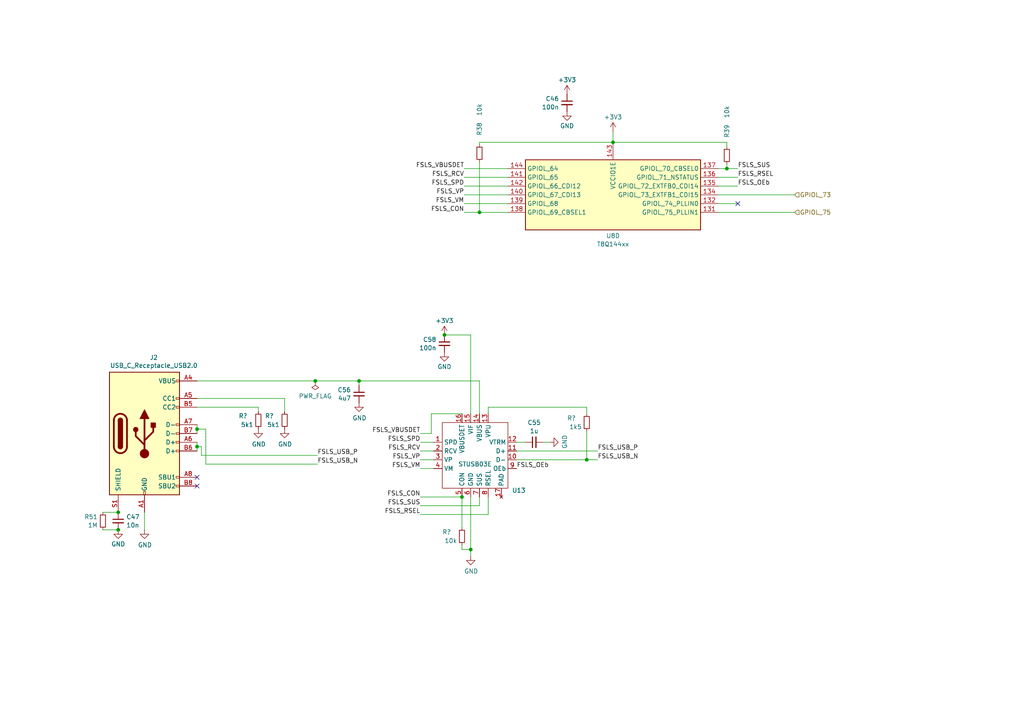
<source format=kicad_sch>
(kicad_sch (version 20230121) (generator eeschema)
  (paper "A4")
  (lib_symbols
    (symbol "Connector:USB_C_Receptacle_USB2.0" (pin_names (offset 1.016))
      (property "Reference" "J" (at -10.16 19.05 0))
      (property "Value" "USB_C_Receptacle_USB2.0" (at 19.05 19.05 0))
      (symbol "USB_C_Receptacle_USB2.0_0_0"
        (rectangle (start -0.254 -17.78) (end 0.254 -16.764))
        (rectangle (start 10.16 -14.986) (end 9.144 -15.494))
        (rectangle (start 10.16 -12.446) (end 9.144 -12.954))
        (rectangle (start 10.16 -4.826) (end 9.144 -5.334))
        (rectangle (start 10.16 -2.286) (end 9.144 -2.794))
        (rectangle (start 10.16 0.254) (end 9.144 -0.254))
        (rectangle (start 10.16 2.794) (end 9.144 2.286))
        (rectangle (start 10.16 7.874) (end 9.144 7.366))
        (rectangle (start 10.16 10.414) (end 9.144 9.906))
        (rectangle (start 10.16 15.494) (end 9.144 14.986))
      )
      (symbol "USB_C_Receptacle_USB2.0_0_1"
        (rectangle (start -10.16 17.78) (end 10.16 -17.78) (stroke (width 0.254)) (fill (type background)))
        (arc (start -8.89 -3.81) (mid -6.985 -5.7067) (end -5.08 -3.81) (stroke (width 0.508)))
        (arc (start -7.62 -3.81) (mid -6.985 -4.4423) (end -6.35 -3.81) (stroke (width 0.254)))
        (arc (start -7.62 -3.81) (mid -6.985 -4.4423) (end -6.35 -3.81) (stroke (width 0.254)) (fill (type outline)))
        (rectangle (start -7.62 -3.81) (end -6.35 3.81) (stroke (width 0.254)) (fill (type outline)))
        (arc (start -6.35 3.81) (mid -6.985 4.4423) (end -7.62 3.81) (stroke (width 0.254)))
        (arc (start -6.35 3.81) (mid -6.985 4.4423) (end -7.62 3.81) (stroke (width 0.254)) (fill (type outline)))
        (arc (start -5.08 3.81) (mid -6.985 5.7067) (end -8.89 3.81) (stroke (width 0.508)))
        (circle (center -2.54 1.143) (radius 0.635) (stroke (width 0.254)) (fill (type outline)))
        (circle (center 0 -5.842) (radius 1.27) (fill (type outline)))
        (polyline (pts (xy -8.89 -3.81) (xy -8.89 3.81)) (stroke (width 0.508)))
        (polyline (pts (xy -5.08 3.81) (xy -5.08 -3.81)) (stroke (width 0.508)))
        (polyline (pts (xy 0 -5.842) (xy 0 4.318)) (stroke (width 0.508)))
        (polyline (pts (xy 0 -3.302) (xy -2.54 -0.762) (xy -2.54 0.508)) (stroke (width 0.508)))
        (polyline (pts (xy 0 -2.032) (xy 2.54 0.508) (xy 2.54 1.778)) (stroke (width 0.508)))
        (polyline (pts (xy -1.27 4.318) (xy 0 6.858) (xy 1.27 4.318) (xy -1.27 4.318)) (stroke (width 0.254)) (fill (type outline)))
        (rectangle (start 1.905 1.778) (end 3.175 3.048) (stroke (width 0.254)) (fill (type outline)))
      )
      (symbol "USB_C_Receptacle_USB2.0_1_1"
        (pin passive line (at 0 -22.86 90) (length 5.08) (name "GND") (number "A1"))
        (pin passive line (at 0 -22.86 90) (length 5.08) hide (name "GND") (number "A12"))
        (pin passive line (at 15.24 15.24 180) (length 5.08) (name "VBUS") (number "A4"))
        (pin bidirectional line (at 15.24 10.16 180) (length 5.08) (name "CC1") (number "A5"))
        (pin bidirectional line (at 15.24 -2.54 180) (length 5.08) (name "D+") (number "A6"))
        (pin bidirectional line (at 15.24 2.54 180) (length 5.08) (name "D-") (number "A7"))
        (pin bidirectional line (at 15.24 -12.7 180) (length 5.08) (name "SBU1") (number "A8"))
        (pin passive line (at 15.24 15.24 180) (length 5.08) hide (name "VBUS") (number "A9"))
        (pin passive line (at 0 -22.86 90) (length 5.08) hide (name "GND") (number "B1"))
        (pin passive line (at 0 -22.86 90) (length 5.08) hide (name "GND") (number "B12"))
        (pin passive line (at 15.24 15.24 180) (length 5.08) hide (name "VBUS") (number "B4"))
        (pin bidirectional line (at 15.24 7.62 180) (length 5.08) (name "CC2") (number "B5"))
        (pin bidirectional line (at 15.24 -5.08 180) (length 5.08) (name "D+") (number "B6"))
        (pin bidirectional line (at 15.24 0 180) (length 5.08) (name "D-") (number "B7"))
        (pin bidirectional line (at 15.24 -15.24 180) (length 5.08) (name "SBU2") (number "B8"))
        (pin passive line (at 15.24 15.24 180) (length 5.08) hide (name "VBUS") (number "B9"))
        (pin passive line (at -7.62 -22.86 90) (length 5.08) (name "SHIELD") (number "S1"))
      )
    )
    (symbol "Device:C_Small" (pin_numbers hide) (pin_names (offset 0.254) hide)
      (property "Reference" "C" (at 0.254 1.778 0))
      (property "Value" "C_Small" (at 0.254 -2.032 0))
      (symbol "C_Small_0_1"
        (polyline (pts (xy -1.524 -0.508) (xy 1.524 -0.508)) (stroke (width 0.3302)))
        (polyline (pts (xy -1.524 0.508) (xy 1.524 0.508)) (stroke (width 0.3048)))
      )
      (symbol "C_Small_1_1"
        (pin passive line (at 0 2.54 270) (length 2.032) (name "~") (number "1"))
        (pin passive line (at 0 -2.54 90) (length 2.032) (name "~") (number "2"))
      )
    )
    (symbol "Device:R_Small" (pin_numbers hide) (pin_names (offset 0.254) hide)
      (property "Reference" "R" (at 0.762 0.508 0))
      (property "Value" "R_Small" (at 0.762 -1.016 0))
      (symbol "R_Small_0_1"
        (rectangle (start -0.762 1.778) (end 0.762 -1.778) (stroke (width 0.2032)))
      )
      (symbol "R_Small_1_1"
        (pin passive line (at 0 2.54 270) (length 0.762) (name "~") (number "1"))
        (pin passive line (at 0 -2.54 90) (length 0.762) (name "~") (number "2"))
      )
    )
    (symbol "FPGA_Efinix_Trion:T8Q144xx"
      (property "Reference" "U" (at -24.13 16.51 0))
      (property "Value" "T8Q144xx" (at 19.05 -16.51 0))
      (symbol "T8Q144xx_1_1"
        (rectangle (start -17.78 12.7) (end 17.78 -12.7) (stroke (width 0.254)) (fill (type background)))
        (pin power_in line (at 0 17.78 270) (length 5.08) (name "VCCIO1A") (number "23"))
        (pin output line (at -22.86 -5.08 0) (length 5.08) (name "TDO") (number "24"))
        (pin input line (at -22.86 -7.62 0) (length 5.08) (name "TMS") (number "25"))
        (pin input line (at -22.86 0 0) (length 5.08) (name "TCK") (number "26"))
        (pin input line (at -22.86 -2.54 0) (length 5.08) (name "TDI") (number "27"))
        (pin bidirectional line (at 22.86 -2.54 180) (length 5.08) (name "GPIOL_09_CDI1") (number "28"))
        (pin bidirectional line (at 22.86 0 180) (length 5.08) (name "GPIOL_08_CDI0") (number "29"))
        (pin bidirectional line (at 22.86 7.62 180) (length 5.08) (name "GPIOL_01_CCK") (number "30"))
        (pin bidirectional line (at 22.86 10.16 180) (length 5.08) (name "GPIOL_00_SS_N") (number "31"))
        (pin bidirectional line (at 22.86 5.08 180) (length 5.08) (name "GPIOL_04_CSI") (number "32"))
        (pin bidirectional line (at 22.86 2.54 180) (length 5.08) (name "GPIOL_05_CSO") (number "33"))
        (pin bidirectional line (at -22.86 10.16 0) (length 5.08) (name "CDONE") (number "34"))
        (pin bidirectional line (at -22.86 5.08 0) (length 5.08) (name "CRESET_N") (number "35"))
      )
      (symbol "T8Q144xx_2_1"
        (rectangle (start -22.86 7.62) (end 22.86 -7.62) (stroke (width 0.254)) (fill (type background)))
        (pin bidirectional line (at 27.94 0 180) (length 5.08) (name "GPIOL_25_CLK1") (number "14"))
        (pin bidirectional line (at 27.94 2.54 180) (length 5.08) (name "GPIOL_24_CLK0") (number "15"))
        (pin bidirectional line (at 27.94 5.08 180) (length 5.08) (name "GPIOL_22_CTRL2") (number "16"))
        (pin bidirectional line (at -27.94 -2.54 0) (length 5.08) (name "GPIOL_21_CTRL1_CDI5") (number "17"))
        (pin bidirectional line (at -27.94 0 0) (length 5.08) (name "GPIOL_20_CTRL0_CDI4") (number "18"))
        (pin bidirectional line (at -27.94 2.54 0) (length 5.08) (name "GPIOL_13_CDI3") (number "19"))
        (pin bidirectional line (at -27.94 5.08 0) (length 5.08) (name "GPIOL_12_CDI2") (number "20"))
        (pin power_in line (at 0 12.7 270) (length 5.08) (name "VCCIO1B") (number "21"))
      )
      (symbol "T8Q144xx_3_1"
        (rectangle (start -22.86 7.62) (end 22.86 -7.62) (stroke (width 0.254)) (fill (type background)))
        (pin bidirectional line (at -27.94 2.54 0) (length 5.08) (name "GPIOL_32_CTRL4_CDI7") (number "10"))
        (pin bidirectional line (at -27.94 5.08 0) (length 5.08) (name "GPIOL_31_CLK7_CDI6") (number "11"))
        (pin power_in line (at 0 12.7 270) (length 5.08) (name "VCCIO1C_1D") (number "12"))
        (pin bidirectional line (at 27.94 2.54 180) (length 5.08) (name "GPIOL_53_CDI10") (number "3"))
        (pin bidirectional line (at 27.94 0 180) (length 5.08) (name "GPIOL_54_CDI11") (number "4"))
        (pin bidirectional line (at 27.94 5.08 180) (length 5.08) (name "GPIOL_46") (number "6"))
        (pin bidirectional line (at -27.94 -2.54 0) (length 5.08) (name "GPIOL_41_CDI9") (number "7"))
        (pin bidirectional line (at -27.94 0 0) (length 5.08) (name "GPIOL_40_CDI8") (number "8"))
      )
      (symbol "T8Q144xx_4_1"
        (rectangle (start -25.4 10.16) (end 25.4 -10.16) (stroke (width 0.254)) (fill (type background)))
        (pin bidirectional line (at 30.48 -5.08 180) (length 5.08) (name "GPIOL_75_PLLIN1") (number "131"))
        (pin bidirectional line (at 30.48 -2.54 180) (length 5.08) (name "GPIOL_74_PLLIN0") (number "132"))
        (pin bidirectional line (at 30.48 0 180) (length 5.08) (name "GPIOL_73_EXTFB1_CDI15") (number "134"))
        (pin bidirectional line (at 30.48 2.54 180) (length 5.08) (name "GPIOL_72_EXTFB0_CDI14") (number "135"))
        (pin bidirectional line (at 30.48 5.08 180) (length 5.08) (name "GPIOL_71_NSTATUS") (number "136"))
        (pin bidirectional line (at 30.48 7.62 180) (length 5.08) (name "GPIOL_70_CBSEL0") (number "137"))
        (pin bidirectional line (at -30.48 -5.08 0) (length 5.08) (name "GPIOL_69_CBSEL1") (number "138"))
        (pin bidirectional line (at -30.48 -2.54 0) (length 5.08) (name "GPIOL_68") (number "139"))
        (pin bidirectional line (at -30.48 0 0) (length 5.08) (name "GPIOL_67_CDI13") (number "140"))
        (pin bidirectional line (at -30.48 5.08 0) (length 5.08) (name "GPIOL_65") (number "141"))
        (pin bidirectional line (at -30.48 2.54 0) (length 5.08) (name "GPIOL_66_CDI12") (number "142"))
        (pin power_in line (at 0 15.24 270) (length 5.08) (name "VCCIO1E") (number "143"))
        (pin bidirectional line (at -30.48 7.62 0) (length 5.08) (name "GPIOL_64") (number "144"))
      )
      (symbol "T8Q144xx_5_1"
        (rectangle (start -25.4 10.16) (end 25.4 -10.16) (stroke (width 0.254)) (fill (type background)))
        (pin bidirectional line (at 30.48 -5.08 180) (length 5.08) (name "GPIOR_88_CDI28") (number "109"))
        (pin bidirectional line (at 30.48 -2.54 180) (length 5.08) (name "GPIOR_87_CDI29") (number "110"))
        (pin bidirectional line (at 30.48 2.54 180) (length 5.08) (name "GPIOR_85") (number "111"))
        (pin bidirectional line (at 30.48 0 180) (length 5.08) (name "GPIOR_86") (number "112"))
        (pin bidirectional line (at 30.48 5.08 180) (length 5.08) (name "GPIOR_84") (number "113"))
        (pin bidirectional line (at 30.48 7.62 180) (length 5.08) (name "GPIOR_83") (number "114"))
        (pin bidirectional line (at -30.48 -7.62 0) (length 5.08) (name "GPIOR_82") (number "115"))
        (pin bidirectional line (at -30.48 -5.08 0) (length 5.08) (name "GPIOR_81_MREFCLK") (number "116"))
        (pin bidirectional line (at -30.48 -2.54 0) (length 5.08) (name "GPIOR_80") (number "117"))
        (pin bidirectional line (at -30.48 0 0) (length 5.08) (name "GPIOR_79_EXTFB1_CDI30") (number "118"))
        (pin bidirectional line (at -30.48 2.54 0) (length 5.08) (name "GPIOR_78_EXTFB0_CDI31") (number "119"))
        (pin power_in line (at 0 15.24 270) (length 5.08) (name "VCCIO3A") (number "122"))
        (pin bidirectional line (at -30.48 5.08 0) (length 5.08) (name "GPIOR_77_PLLIN1") (number "123"))
        (pin bidirectional line (at -30.48 7.62 0) (length 5.08) (name "GPIOR_76_PLLIN0") (number "124"))
      )
      (symbol "T8Q144xx_6_1"
        (rectangle (start -25.4 7.62) (end 25.4 -7.62) (stroke (width 0.254)) (fill (type background)))
        (pin bidirectional line (at 30.48 5.08 180) (length 5.08) (name "GPIOR_113_CDI22") (number "100"))
        (pin bidirectional line (at -30.48 -5.08 0) (length 5.08) (name "GPIOR_112_CDI23") (number "101"))
        (pin bidirectional line (at -30.48 2.54 0) (length 5.08) (name "GPIOR_105_CDI24") (number "102"))
        (pin bidirectional line (at -30.48 5.08 0) (length 5.08) (name "GPIOR_104_CDI25") (number "103"))
        (pin bidirectional line (at -30.48 -2.54 0) (length 5.08) (name "GPIOR_95_CDI26") (number "105"))
        (pin bidirectional line (at -30.48 0 0) (length 5.08) (name "GPIOR_94_CDI27") (number "106"))
        (pin bidirectional line (at 30.48 -5.08 180) (length 5.08) (name "GPIOR_123_CLK12_CDI20") (number "93"))
        (pin power_in line (at 0 12.7 270) (length 5.08) (name "VCCIO3B_3C") (number "95"))
        (pin bidirectional line (at 30.48 -2.54 180) (length 5.08) (name "GPIOR_122_CLK13_CDI21") (number "97"))
        (pin bidirectional line (at 30.48 0 180) (length 5.08) (name "GPIOR_117_CTRL14") (number "98"))
        (pin bidirectional line (at 30.48 2.54 180) (length 5.08) (name "GPIOR_116_CTRL15") (number "99"))
      )
      (symbol "T8Q144xx_7_1"
        (rectangle (start -22.86 7.62) (end 22.86 -7.62) (stroke (width 0.254)) (fill (type background)))
        (pin bidirectional line (at 27.94 -2.54 180) (length 5.08) (name "GPIOR_139") (number "81"))
        (pin bidirectional line (at 27.94 0 180) (length 5.08) (name "GPIOR_138") (number "82"))
        (pin bidirectional line (at 27.94 2.54 180) (length 5.08) (name "GPIOR_136_CDI16") (number "83"))
        (pin bidirectional line (at 27.94 5.08 180) (length 5.08) (name "GPIOR_135_CDI17") (number "84"))
        (pin bidirectional line (at -27.94 -5.08 0) (length 5.08) (name "GPIOR_133_CDI18") (number "86"))
        (pin bidirectional line (at -27.94 -2.54 0) (length 5.08) (name "GPIOR_132_CDI19") (number "87"))
        (pin bidirectional line (at -27.94 0 0) (length 5.08) (name "GPIOR_129_CTRL10") (number "89"))
        (pin bidirectional line (at -27.94 2.54 0) (length 5.08) (name "GPIOR_128_CTRL11") (number "90"))
        (pin power_in line (at 0 12.7 270) (length 5.08) (name "VCCIO3D") (number "91"))
        (pin bidirectional line (at -27.94 5.08 0) (length 5.08) (name "GPIOR_125_CLK10") (number "92"))
      )
      (symbol "T8Q144xx_8_1"
        (rectangle (start -22.86 7.62) (end 22.86 -7.62) (stroke (width 0.254)) (fill (type background)))
        (pin bidirectional line (at 27.94 0 180) (length 5.08) (name "GPIOR_158_TEST_N") (number "74"))
        (pin bidirectional line (at 27.94 2.54 180) (length 5.08) (name "GPIOR_157_PLLIN") (number "75"))
        (pin bidirectional line (at 27.94 5.08 180) (length 5.08) (name "GPIOR_155") (number "76"))
        (pin bidirectional line (at -27.94 -2.54 0) (length 5.08) (name "GPIOR_154") (number "77"))
        (pin bidirectional line (at -27.94 0 0) (length 5.08) (name "GPIOR_151_CBUS0") (number "78"))
        (pin bidirectional line (at -27.94 2.54 0) (length 5.08) (name "GPIOR_150_CBUS1") (number "79"))
        (pin bidirectional line (at -27.94 5.08 0) (length 5.08) (name "GPIOR_149_CBUS2") (number "80"))
        (pin power_in line (at 0 12.7 270) (length 5.08) (name "VCCIO3E") (number "88"))
      )
      (symbol "T8Q144xx_9_1"
        (rectangle (start -25.4 15.24) (end 25.4 -15.24) (stroke (width 0.254)) (fill (type background)))
        (pin bidirectional line (at -30.48 5.08 0) (length 5.08) (name "GPIOB_RXP00") (number "55"))
        (pin bidirectional line (at -30.48 2.54 0) (length 5.08) (name "GPIOB_RXN00") (number "56"))
        (pin bidirectional line (at -30.48 -2.54 0) (length 5.08) (name "GPIOB_RXP02") (number "58"))
        (pin bidirectional line (at -30.48 -5.08 0) (length 5.08) (name "GPIOB_RXN02") (number "59"))
        (pin bidirectional line (at -30.48 -12.7 0) (length 5.08) (name "GPIOB_RXN03") (number "60"))
        (pin bidirectional line (at -30.48 -10.16 0) (length 5.08) (name "GPIOB_RXP03") (number "61"))
        (pin power_in line (at 0 20.32 270) (length 5.08) (name "VCCIO4A") (number "62"))
        (pin passive line (at 0 20.32 270) (length 5.08) hide (name "VCCIO4A") (number "63"))
        (pin bidirectional line (at 30.48 10.16 180) (length 5.08) (name "GPIOB_RXN07") (number "65"))
        (pin bidirectional line (at 30.48 12.7 180) (length 5.08) (name "GPIOB_RXP07") (number "66"))
        (pin bidirectional line (at 30.48 5.08 180) (length 5.08) (name "GPIOB_RXP10") (number "67"))
        (pin bidirectional line (at 30.48 2.54 180) (length 5.08) (name "GPIOB_RXN10") (number "68"))
        (pin bidirectional line (at 30.48 -5.08 180) (length 5.08) (name "GPIOB_RXN12_EXTFB0") (number "69"))
        (pin bidirectional line (at 30.48 -2.54 180) (length 5.08) (name "GPIOB_RXP12_EXTFB0") (number "70"))
        (pin bidirectional line (at -30.48 12.7 0) (length 5.08) (name "GPIOB_CLKP0") (number "71"))
        (pin bidirectional line (at -30.48 10.16 0) (length 5.08) (name "GPIOB_CLKN0") (number "72"))
      )
      (symbol "T8Q144xx_10_1"
        (rectangle (start -17.78 15.24) (end 17.78 -15.24) (stroke (width 0.254)) (fill (type background)))
        (pin passive line (at -22.86 -10.16 0) (length 5.08) (name "REF_RES") (number "36"))
        (pin bidirectional line (at -22.86 12.7 0) (length 5.08) (name "GPIOB_TXP00") (number "38"))
        (pin bidirectional line (at -22.86 10.16 0) (length 5.08) (name "GPIOB_TXN00") (number "39"))
        (pin bidirectional line (at -22.86 5.08 0) (length 5.08) (name "GPIOB_TXP02") (number "40"))
        (pin bidirectional line (at -22.86 2.54 0) (length 5.08) (name "GPIOB_TXN02") (number "41"))
        (pin bidirectional line (at -22.86 -2.54 0) (length 5.08) (name "GPIOB_TXP04") (number "42"))
        (pin bidirectional line (at -22.86 -5.08 0) (length 5.08) (name "GPIOB_TXN04") (number "43"))
        (pin bidirectional line (at 22.86 12.7 180) (length 5.08) (name "GPIOB_TXP06") (number "45"))
        (pin bidirectional line (at 22.86 10.16 180) (length 5.08) (name "GPIOB_TXN06") (number "46"))
        (pin bidirectional line (at 22.86 5.08 180) (length 5.08) (name "GPIOB_TXP09") (number "47"))
        (pin bidirectional line (at 22.86 2.54 180) (length 5.08) (name "GPIOB_TXN09") (number "48"))
        (pin power_in line (at 0 20.32 270) (length 5.08) (name "VCCIO4B") (number "51"))
        (pin passive line (at 0 20.32 270) (length 5.08) hide (name "VCCIO4B") (number "52"))
        (pin bidirectional line (at 22.86 -2.54 180) (length 5.08) (name "GPIOB_TXP11") (number "53"))
        (pin bidirectional line (at 22.86 -5.08 180) (length 5.08) (name "GPIOB_TXN11") (number "54"))
      )
      (symbol "T8Q144xx_11_1"
        (rectangle (start -17.78 7.62) (end 17.78 -7.62) (stroke (width 0.254)) (fill (type background)))
        (pin power_in line (at 0 -12.7 90) (length 5.08) (name "GND") (number "1"))
        (pin passive line (at 0 -12.7 90) (length 5.08) hide (name "GND") (number "104"))
        (pin power_in line (at 15.24 12.7 270) (length 5.08) (name "VCCA_TR") (number "107"))
        (pin passive line (at 0 -12.7 90) (length 5.08) hide (name "GND") (number "108"))
        (pin passive line (at 0 -12.7 90) (length 5.08) hide (name "GND") (number "120"))
        (pin passive line (at 0 -12.7 90) (length 5.08) hide (name "GND") (number "121"))
        (pin power_in line (at 0 12.7 270) (length 5.08) (name "VCC") (number "125"))
        (pin passive line (at 0 -12.7 90) (length 5.08) hide (name "GND") (number "126"))
        (pin passive line (at 0 -12.7 90) (length 5.08) hide (name "GND") (number "127"))
        (pin power_in line (at 2.54 12.7 270) (length 5.08) (name "VCC") (number "128"))
        (pin passive line (at 0 -12.7 90) (length 5.08) hide (name "GND") (number "129"))
        (pin power_in line (at -15.24 12.7 270) (length 5.08) (name "VCC") (number "13"))
        (pin power_in line (at 5.08 12.7 270) (length 5.08) (name "VCC") (number "130"))
        (pin passive line (at 0 -12.7 90) (length 5.08) hide (name "GND") (number "133"))
        (pin power_in line (at 12.7 12.7 270) (length 5.08) (name "VCCA_TL") (number "2"))
        (pin power_in line (at -12.7 12.7 270) (length 5.08) (name "VCC") (number "22"))
        (pin passive line (at 0 -12.7 90) (length 5.08) hide (name "GND") (number "37"))
        (pin passive line (at 0 -12.7 90) (length 5.08) hide (name "GND") (number "44"))
        (pin power_in line (at -10.16 12.7 270) (length 5.08) (name "VCC") (number "49"))
        (pin passive line (at 0 -12.7 90) (length 5.08) hide (name "GND") (number "5"))
        (pin passive line (at 0 -12.7 90) (length 5.08) hide (name "GND") (number "50"))
        (pin power_in line (at -7.62 12.7 270) (length 5.08) (name "VCC") (number "57"))
        (pin passive line (at 0 -12.7 90) (length 5.08) hide (name "GND") (number "64"))
        (pin power_in line (at 10.16 12.7 270) (length 5.08) (name "VCCA_BR") (number "73"))
        (pin power_in line (at -5.08 12.7 270) (length 5.08) (name "VCC") (number "85"))
        (pin passive line (at 0 -12.7 90) (length 5.08) hide (name "GND") (number "9"))
        (pin passive line (at 0 -12.7 90) (length 5.08) hide (name "GND") (number "94"))
        (pin power_in line (at -2.54 12.7 270) (length 5.08) (name "VCC") (number "96"))
      )
    )
    (symbol "fmc:STUSB03E"
      (property "Reference" "U" (at 0 0 0))
      (property "Value" "STUSB03E" (at 0 0 0))
      (symbol "STUSB03E_1_1"
        (rectangle (start -9.525 9.525) (end 9.525 -9.525))
        (pin input line (at -12.065 3.81 0) (length 2.54) (name "SPD") (number "1"))
        (pin bidirectional line (at 12.065 -1.27 180) (length 2.54) (name "D-") (number "10"))
        (pin bidirectional line (at 12.065 1.27 180) (length 2.54) (name "D+") (number "11"))
        (pin power_out line (at 12.065 3.81 180) (length 2.54) (name "VTRM") (number "12"))
        (pin output line (at 3.81 12.065 270) (length 2.54) (name "VPU") (number "13"))
        (pin power_in line (at 1.27 12.065 270) (length 2.54) (name "VBUS") (number "14"))
        (pin power_in line (at -1.27 12.065 270) (length 2.54) (name "VIF") (number "15"))
        (pin output line (at -3.81 12.065 270) (length 2.54) (name "VBUSDET") (number "16"))
        (pin no_connect line (at 7.62 -12.065 90) (length 2.54) (name "PAD") (number "17"))
        (pin output line (at -12.065 1.27 0) (length 2.54) (name "RCV") (number "2"))
        (pin bidirectional line (at -12.065 -1.27 0) (length 2.54) (name "VP") (number "3"))
        (pin bidirectional line (at -12.065 -3.81 0) (length 2.54) (name "VM") (number "4"))
        (pin input line (at -3.81 -12.065 90) (length 2.54) (name "CON") (number "5"))
        (pin power_in line (at -1.27 -12.065 90) (length 2.54) (name "GND") (number "6"))
        (pin input line (at 1.27 -12.065 90) (length 2.54) (name "SUS") (number "7"))
        (pin input line (at 3.81 -12.065 90) (length 2.54) (name "RSEL") (number "8"))
        (pin input line (at 12.065 -3.81 180) (length 2.54) (name "OEb") (number "9"))
      )
    )
    (symbol "power:+3V3" (power) (pin_names (offset 0))
      (property "Value" "+3V3" (at 0 3.556 0))
      (symbol "+3V3_0_1"
        (polyline (pts (xy -0.762 1.27) (xy 0 2.54)))
        (polyline (pts (xy 0 0) (xy 0 2.54)))
        (polyline (pts (xy 0 2.54) (xy 0.762 1.27)))
      )
      (symbol "+3V3_1_1"
        (pin power_in line (at 0 0 90) (length 0) hide (name "+3V3") (number "1"))
      )
    )
    (symbol "power:GND" (power) (pin_names (offset 0))
      (property "Value" "GND" (at 0 -3.81 0))
      (symbol "GND_0_1"
        (polyline (pts (xy 0 0) (xy 0 -1.27) (xy 1.27 -1.27) (xy 0 -2.54) (xy -1.27 -1.27) (xy 0 -1.27)))
      )
      (symbol "GND_1_1"
        (pin power_in line (at 0 0 270) (length 0) hide (name "GND") (number "1"))
      )
    )
    (symbol "power:PWR_FLAG" (power) (pin_numbers hide) (pin_names (offset 0) hide)
      (property "Value" "PWR_FLAG" (at 0 3.81 0))
      (symbol "PWR_FLAG_0_0"
        (pin power_out line (at 0 0 90) (length 0) (name "pwr") (number "1"))
      )
      (symbol "PWR_FLAG_0_1"
        (polyline (pts (xy 0 0) (xy 0 1.27) (xy -1.016 1.905) (xy 0 2.54) (xy 1.016 1.905) (xy 0 1.27)))
      )
    )
  )
  (junction (at 210.82 48.895))
  (junction (at 170.18 133.35))
  (junction (at 136.525 159.385))
  (junction (at 104.14 110.49))
  (junction (at 139.065 61.595))
  (junction (at 91.44 110.49))
  (junction (at 177.8 41.275))
  (junction (at 57.15 124.46))
  (junction (at 34.29 148.59))
  (junction (at 128.905 97.155))
  (junction (at 57.15 129.54))
  (junction (at 34.29 153.67))
  (junction (at 133.985 144.145))
  (no_connect (at 213.995 59.055))
  (no_connect (at 57.15 138.43))
  (no_connect (at 57.15 140.97))
  (wire (pts (xy 170.18 125.095) (xy 170.18 133.35)))
  (wire (pts (xy 125.095 120.015) (xy 133.985 120.015)))
  (wire (pts (xy 208.28 51.435) (xy 213.995 51.435)))
  (wire (pts (xy 133.985 158.115) (xy 133.985 159.385)))
  (wire (pts (xy 134.62 56.515) (xy 147.32 56.515)))
  (wire (pts (xy 134.62 51.435) (xy 147.32 51.435)))
  (wire (pts (xy 139.065 110.49) (xy 139.065 120.015)))
  (wire (pts (xy 104.14 110.49) (xy 91.44 110.49)))
  (wire (pts (xy 121.92 144.145) (xy 133.985 144.145)))
  (wire (pts (xy 57.15 124.46) (xy 59.69 124.46)))
  (wire (pts (xy 82.55 119.38) (xy 82.55 115.57)))
  (wire (pts (xy 133.985 159.385) (xy 136.525 159.385)))
  (wire (pts (xy 139.065 61.595) (xy 139.065 46.99)))
  (wire (pts (xy 29.845 148.59) (xy 34.29 148.59)))
  (wire (pts (xy 134.62 59.055) (xy 147.32 59.055)))
  (wire (pts (xy 170.18 118.11) (xy 141.605 118.11)))
  (wire (pts (xy 210.82 42.545) (xy 210.82 41.275)))
  (wire (pts (xy 59.69 134.62) (xy 92.075 134.62)))
  (wire (pts (xy 41.91 153.67) (xy 41.91 148.59)))
  (wire (pts (xy 57.15 123.19) (xy 57.15 124.46)))
  (wire (pts (xy 134.62 61.595) (xy 139.065 61.595)))
  (wire (pts (xy 121.92 135.89) (xy 125.73 135.89)))
  (wire (pts (xy 104.14 111.76) (xy 104.14 110.49)))
  (wire (pts (xy 136.525 97.155) (xy 128.905 97.155)))
  (wire (pts (xy 74.93 119.38) (xy 74.93 118.11)))
  (wire (pts (xy 57.15 129.54) (xy 58.42 129.54)))
  (wire (pts (xy 59.69 124.46) (xy 59.69 134.62)))
  (wire (pts (xy 57.15 115.57) (xy 82.55 115.57)))
  (wire (pts (xy 141.605 118.11) (xy 141.605 120.015)))
  (wire (pts (xy 121.92 125.73) (xy 125.095 125.73)))
  (wire (pts (xy 210.82 41.275) (xy 177.8 41.275)))
  (wire (pts (xy 121.92 128.27) (xy 125.73 128.27)))
  (wire (pts (xy 149.86 130.81) (xy 173.355 130.81)))
  (wire (pts (xy 208.28 48.895) (xy 210.82 48.895)))
  (wire (pts (xy 57.15 129.54) (xy 57.15 130.81)))
  (wire (pts (xy 57.15 118.11) (xy 74.93 118.11)))
  (wire (pts (xy 125.095 125.73) (xy 125.095 120.015)))
  (wire (pts (xy 121.92 149.225) (xy 141.605 149.225)))
  (wire (pts (xy 133.985 144.145) (xy 133.985 153.035)))
  (wire (pts (xy 58.42 129.54) (xy 58.42 132.08)))
  (wire (pts (xy 58.42 132.08) (xy 92.075 132.08)))
  (wire (pts (xy 139.065 146.685) (xy 139.065 144.145)))
  (wire (pts (xy 210.82 48.895) (xy 213.995 48.895)))
  (wire (pts (xy 210.82 48.895) (xy 210.82 47.625)))
  (wire (pts (xy 149.86 133.35) (xy 170.18 133.35)))
  (wire (pts (xy 208.28 56.515) (xy 230.505 56.515)))
  (wire (pts (xy 141.605 149.225) (xy 141.605 144.145)))
  (wire (pts (xy 170.18 120.015) (xy 170.18 118.11)))
  (wire (pts (xy 134.62 53.975) (xy 147.32 53.975)))
  (wire (pts (xy 149.86 128.27) (xy 152.4 128.27)))
  (wire (pts (xy 134.62 48.895) (xy 147.32 48.895)))
  (wire (pts (xy 157.48 128.27) (xy 159.385 128.27)))
  (wire (pts (xy 104.14 110.49) (xy 139.065 110.49)))
  (wire (pts (xy 57.15 110.49) (xy 91.44 110.49)))
  (wire (pts (xy 29.845 153.67) (xy 34.29 153.67)))
  (wire (pts (xy 121.92 133.35) (xy 125.73 133.35)))
  (wire (pts (xy 147.32 61.595) (xy 139.065 61.595)))
  (wire (pts (xy 208.28 53.975) (xy 213.995 53.975)))
  (wire (pts (xy 170.18 133.35) (xy 173.355 133.35)))
  (wire (pts (xy 136.525 144.145) (xy 136.525 159.385)))
  (wire (pts (xy 208.28 59.055) (xy 213.995 59.055)))
  (wire (pts (xy 208.28 61.595) (xy 230.505 61.595)))
  (wire (pts (xy 136.525 120.015) (xy 136.525 97.155)))
  (wire (pts (xy 139.065 41.91) (xy 139.065 41.275)))
  (wire (pts (xy 136.525 159.385) (xy 136.525 161.29)))
  (wire (pts (xy 121.92 130.81) (xy 125.73 130.81)))
  (wire (pts (xy 121.92 146.685) (xy 139.065 146.685)))
  (wire (pts (xy 57.15 124.46) (xy 57.15 125.73)))
  (wire (pts (xy 57.15 128.27) (xy 57.15 129.54)))
  (wire (pts (xy 139.065 41.275) (xy 177.8 41.275)))
  (wire (pts (xy 177.8 41.275) (xy 177.8 38.1)))
  (label "FSLS_SUS" (at 121.92 146.685 180))
  (label "FSLS_RCV" (at 121.92 130.81 180))
  (label "FSLS_SUS" (at 213.995 48.895 0))
  (label "FSLS_VP" (at 134.62 56.515 180))
  (label "FSLS_OEb" (at 149.86 135.89 0))
  (label "FSLS_SPD" (at 134.62 53.975 180))
  (label "FSLS_RCV" (at 134.62 51.435 180))
  (label "FSLS_OEb" (at 213.995 53.975 0))
  (label "FSLS_CON" (at 121.92 144.145 180))
  (label "FSLS_CON" (at 134.62 61.595 180))
  (label "FSLS_VBUSDET" (at 121.92 125.73 180))
  (label "FSLS_VM" (at 134.62 59.055 180))
  (label "FSLS_USB_P" (at 92.075 132.08 0))
  (label "FSLS_VM" (at 121.92 135.89 180))
  (label "FSLS_USB_P" (at 173.355 130.81 0))
  (label "FSLS_USB_N" (at 92.075 134.62 0))
  (label "FSLS_RSEL" (at 213.995 51.435 0))
  (label "FSLS_VBUSDET" (at 134.62 48.895 180))
  (label "FSLS_VP" (at 121.92 133.35 180))
  (label "FSLS_RSEL" (at 121.92 149.225 180))
  (label "FSLS_SPD" (at 121.92 128.27 180))
  (label "FSLS_USB_N" (at 173.355 133.35 0))
  (hierarchical_label "GPIOL_73" (shape input) (at 230.505 56.515 0))
  (hierarchical_label "GPIOL_75" (shape input) (at 230.505 61.595 0))
  (symbol (lib_id "Device:C_Small") (at 34.29 151.13 0) (unit 1)
    (property "Reference" "C47" (at 36.6141 149.9242 0) (effects (justify left)))
    (property "Value" "10n" (at 36.6141 152.3484 0) (effects (justify left)))
    (property "Footprint" "Capacitor_SMD:C_0603_1608Metric" (effects hide))
  )
  (symbol (lib_id "fmc:STUSB03E") (at 137.795 132.08 0) (unit 1)
    (property "Reference" "U13" (at 150.495 142.24 0))
    (property "Value" "STUSB03E" (at 137.795 134.62 0))
    (property "Footprint" "Package_DFN_QFN:TQFN-16-1EP_3x3mm_P0.5mm_EP1.6x1.6mm" (effects hide))
  )
  (symbol (lib_id "Device:R_Small") (at 170.18 122.555 0) (unit 1)
    (property "Reference" "R?" (at 164.465 121.285 0) (effects (justify left)))
    (property "Value" "1k5" (at 165.1 123.825 0) (effects (justify left)))
    (property "Footprint" "Resistor_SMD:R_0603_1608Metric" (effects hide))
    (instances (project "usbadc" (path "" (reference "R?") (unit 1)) (path "" (reference "R66") (unit 1)) (path "" (reference "R29") (unit 1))) (project "trion-8-test" (path "" (reference "R54") (unit 1))) (project "usb_if" (path "" (reference "R?") (unit 1))))
  )
  (symbol (lib_id "power:PWR_FLAG") (at 91.44 110.49 0) (mirror x) (unit 1)
    (property "Reference" "#FLG?" (effects hide))
    (property "Value" "PWR_FLAG" (at 91.44 114.8842 0))
    (instances (project "usbadc" (path "" (reference "#FLG?") (unit 1)) (path "" (reference "#FLG02") (unit 1))) (project "trion-8-test" (path "" (reference "#FLG05") (unit 1))) (project "usb_if" (path "" (reference "#FLG?") (unit 1))))
  )
  (symbol (lib_id "Device:R_Small") (at 133.985 155.575 0) (unit 1)
    (property "Reference" "R?" (at 128.27 154.305 0) (effects (justify left)))
    (property "Value" "10k" (at 128.905 156.845 0) (effects (justify left)))
    (property "Footprint" "Resistor_SMD:R_0603_1608Metric" (effects hide))
    (instances (project "usbadc" (path "" (reference "R?") (unit 1)) (path "" (reference "R66") (unit 1)) (path "" (reference "R29") (unit 1))) (project "trion-8-test" (path "" (reference "R55") (unit 1))) (project "usb_if" (path "" (reference "R?") (unit 1))))
  )
  (symbol (lib_id "Device:R_Small") (at 82.55 121.92 0) (unit 1)
    (property "Reference" "R?" (at 76.835 120.65 0) (effects (justify left)))
    (property "Value" "5k1" (at 77.47 123.19 0) (effects (justify left)))
    (property "Footprint" "Resistor_SMD:R_0603_1608Metric" (effects hide))
    (instances (project "usbadc" (path "" (reference "R?") (unit 1)) (path "" (reference "R66") (unit 1)) (path "" (reference "R29") (unit 1))) (project "trion-8-test" (path "" (reference "R53") (unit 1))) (project "usb_if" (path "" (reference "R?") (unit 1))))
  )
  (symbol (lib_id "Device:R_Small") (at 29.845 151.13 0) (mirror y) (unit 1)
    (property "Reference" "R51" (at 28.3464 149.9179 0) (effects (justify left)))
    (property "Value" "1M" (at 28.3464 152.3421 0) (effects (justify left)))
    (property "Footprint" "Resistor_SMD:R_0603_1608Metric" (effects hide))
  )
  (symbol (lib_id "Device:C_Small") (at 154.94 128.27 90) (mirror x) (unit 1)
    (property "Reference" "C55" (at 154.9463 122.5636 90))
    (property "Value" "1u" (at 154.9463 124.9878 90))
    (property "Footprint" "Capacitor_SMD:C_0805_2012Metric" (effects hide))
  )
  (symbol (lib_id "Device:R_Small") (at 139.065 44.45 0) (unit 1)
    (property "Reference" "R38" (at 139.065 39.37 90) (effects (justify left)))
    (property "Value" "10k" (at 139.065 33.655 90) (effects (justify left)))
    (property "Footprint" "Resistor_SMD:R_0603_1608Metric" (effects hide))
  )
  (symbol (lib_id "power:GND") (at 104.14 116.84 0) (unit 1)
    (property "Reference" "#PWR?" (effects hide))
    (property "Value" "GND" (at 104.267 121.2342 0))
    (instances (project "usbadc" (path "" (reference "#PWR?") (unit 1)) (path "" (reference "#PWR?") (unit 1)) (path "" (reference "#PWR046") (unit 1))) (project "trion-8-test" (path "" (reference "#PWR088") (unit 1))) (project "usb_if" (path "" (reference "#PWR?") (unit 1))))
  )
  (symbol (lib_id "Device:C_Small") (at 104.14 114.3 0) (mirror y) (unit 1)
    (property "Reference" "C56" (at 101.8159 113.0942 0) (effects (justify left)))
    (property "Value" "4u7" (at 101.8159 115.5184 0) (effects (justify left)))
    (property "Footprint" "Capacitor_SMD:C_0805_2012Metric" (effects hide))
  )
  (symbol (lib_id "power:+3V3") (at 128.905 97.155 0) (unit 1)
    (property "Reference" "#PWR0105" (effects hide))
    (property "Value" "+3V3" (at 128.905 93.0219 0))
  )
  (symbol (lib_id "Device:R_Small") (at 210.82 45.085 0) (unit 1)
    (property "Reference" "R39" (at 210.82 40.005 90) (effects (justify left)))
    (property "Value" "10k" (at 210.82 34.29 90) (effects (justify left)))
    (property "Footprint" "Resistor_SMD:R_0603_1608Metric" (effects hide))
  )
  (symbol (lib_id "Connector:USB_C_Receptacle_USB2.0") (at 41.91 125.73 0) (unit 1)
    (property "Reference" "J2" (at 44.6278 103.7082 0))
    (property "Value" "USB_C_Receptacle_USB2.0" (at 44.6278 106.0196 0))
    (property "Footprint" "proj_footprints:USB_C_Receptacle_Molex_2171790001_16P_TopMnt_Horizontal" (effects hide))
    (property "Datasheet" "https://www.usb.org/sites/default/files/documents/usb_type-c.zip" (effects hide))
    (property "Part" "2171790001" (effects hide))
    (property "Manufacturer" "Molex" (effects hide))
    (instances (project "usbadc" (path "" (reference "J2") (unit 1)) (path "" (reference "J1") (unit 1))) (project "trion-8-test" (path "" (reference "J5") (unit 1))) (project "usb_if" (path "" (reference "J2") (unit 1))))
  )
  (symbol (lib_id "power:GND") (at 159.385 128.27 90) (unit 1)
    (property "Reference" "#PWR?" (effects hide))
    (property "Value" "GND" (at 163.7792 128.143 0))
    (instances (project "usbadc" (path "" (reference "#PWR?") (unit 1)) (path "" (reference "#PWR?") (unit 1)) (path "" (reference "#PWR043") (unit 1))) (project "trion-8-test" (path "" (reference "#PWR0101") (unit 1))) (project "usb_if" (path "" (reference "#PWR?") (unit 1))))
  )
  (symbol (lib_id "power:GND") (at 41.91 153.67 0) (unit 1)
    (property "Reference" "#PWR?" (effects hide))
    (property "Value" "GND" (at 42.037 158.0642 0))
    (instances (project "usbadc" (path "" (reference "#PWR?") (unit 1)) (path "" (reference "#PWR?") (unit 1)) (path "" (reference "#PWR043") (unit 1))) (project "trion-8-test" (path "" (reference "#PWR097") (unit 1))) (project "usb_if" (path "" (reference "#PWR?") (unit 1))))
  )
  (symbol (lib_id "power:+3V3") (at 177.8 38.1 0) (unit 1)
    (property "Reference" "#PWR083" (effects hide))
    (property "Value" "+3V3" (at 177.8 33.9669 0))
  )
  (symbol (lib_id "Device:R_Small") (at 74.93 121.92 0) (unit 1)
    (property "Reference" "R?" (at 69.215 120.65 0) (effects (justify left)))
    (property "Value" "5k1" (at 69.85 123.19 0) (effects (justify left)))
    (property "Footprint" "Resistor_SMD:R_0603_1608Metric" (effects hide))
    (instances (project "usbadc" (path "" (reference "R?") (unit 1)) (path "" (reference "R65") (unit 1)) (path "" (reference "R28") (unit 1))) (project "trion-8-test" (path "" (reference "R52") (unit 1))) (project "usb_if" (path "" (reference "R?") (unit 1))))
  )
  (symbol (lib_id "power:GND") (at 74.93 124.46 0) (unit 1)
    (property "Reference" "#PWR?" (effects hide))
    (property "Value" "GND" (at 75.057 128.8542 0))
    (instances (project "usbadc" (path "" (reference "#PWR?") (unit 1)) (path "" (reference "#PWR?") (unit 1)) (path "" (reference "#PWR044") (unit 1))) (project "trion-8-test" (path "" (reference "#PWR098") (unit 1))) (project "usb_if" (path "" (reference "#PWR?") (unit 1))))
  )
  (symbol (lib_id "power:GND") (at 128.905 102.235 0) (unit 1)
    (property "Reference" "#PWR0106" (effects hide))
    (property "Value" "GND" (at 128.905 106.3681 0))
  )
  (symbol (lib_id "Device:C_Small") (at 164.465 29.845 0) (mirror y) (unit 1)
    (property "Reference" "C46" (at 162.1409 28.6392 0) (effects (justify left)))
    (property "Value" "100n" (at 162.1409 31.0634 0) (effects (justify left)))
    (property "Footprint" "Capacitor_SMD:C_0603_1608Metric" (effects hide))
  )
  (symbol (lib_id "power:GND") (at 136.525 161.29 0) (unit 1)
    (property "Reference" "#PWR?" (effects hide))
    (property "Value" "GND" (at 136.652 165.6842 0))
    (instances (project "usbadc" (path "" (reference "#PWR?") (unit 1)) (path "" (reference "#PWR?") (unit 1)) (path "" (reference "#PWR046") (unit 1))) (project "trion-8-test" (path "" (reference "#PWR0100") (unit 1))) (project "usb_if" (path "" (reference "#PWR?") (unit 1))))
  )
  (symbol (lib_id "power:GND") (at 34.29 153.67 0) (unit 1)
    (property "Reference" "#PWR084" (effects hide))
    (property "Value" "GND" (at 34.29 157.8031 0))
  )
  (symbol (lib_id "power:+3V3") (at 164.465 27.305 0) (unit 1)
    (property "Reference" "#PWR081" (effects hide))
    (property "Value" "+3V3" (at 164.465 23.1719 0))
  )
  (symbol (lib_id "Device:C_Small") (at 128.905 99.695 0) (mirror y) (unit 1)
    (property "Reference" "C58" (at 126.5809 98.4892 0) (effects (justify left)))
    (property "Value" "100n" (at 126.5809 100.9134 0) (effects (justify left)))
    (property "Footprint" "Capacitor_SMD:C_0603_1608Metric" (effects hide))
  )
  (symbol (lib_id "power:GND") (at 82.55 124.46 0) (unit 1)
    (property "Reference" "#PWR?" (effects hide))
    (property "Value" "GND" (at 82.677 128.8542 0))
    (instances (project "usbadc" (path "" (reference "#PWR?") (unit 1)) (path "" (reference "#PWR?") (unit 1)) (path "" (reference "#PWR046") (unit 1))) (project "trion-8-test" (path "" (reference "#PWR099") (unit 1))) (project "usb_if" (path "" (reference "#PWR?") (unit 1))))
  )
  (symbol (lib_id "FPGA_Efinix_Trion:T8Q144xx") (at 177.8 56.515 0) (unit 4)
    (property "Reference" "U8" (at 177.8 68.3951 0))
    (property "Value" "T8Q144xx" (at 177.8 70.8193 0))
    (property "Footprint" "Package_QFP:LQFP-144_20x20mm_P0.5mm" (effects hide))
    (property "Datasheet" "https://www.efinixinc.com/docs/trion8-ds-v4.4.pdf" (effects hide))
  )
  (symbol (lib_id "power:GND") (at 164.465 32.385 0) (unit 1)
    (property "Reference" "#PWR082" (effects hide))
    (property "Value" "GND" (at 164.465 36.5181 0))
  )
)
</source>
